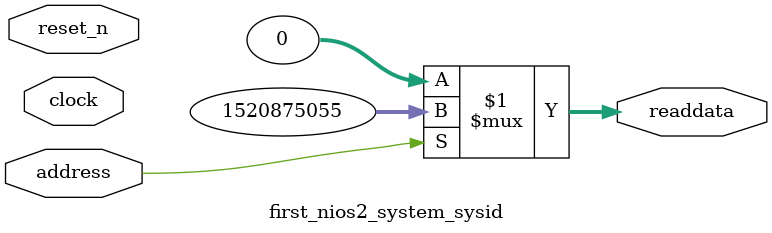
<source format=v>

`timescale 1ns / 1ps
// synthesis translate_on

// turn off superfluous verilog processor warnings 
// altera message_level Level1 
// altera message_off 10034 10035 10036 10037 10230 10240 10030 

module first_nios2_system_sysid (
               // inputs:
                address,
                clock,
                reset_n,

               // outputs:
                readdata
             )
;

  output  [ 31: 0] readdata;
  input            address;
  input            clock;
  input            reset_n;

  wire    [ 31: 0] readdata;
  //control_slave, which is an e_avalon_slave
  assign readdata = address ? 1520875055 : 0;

endmodule




</source>
